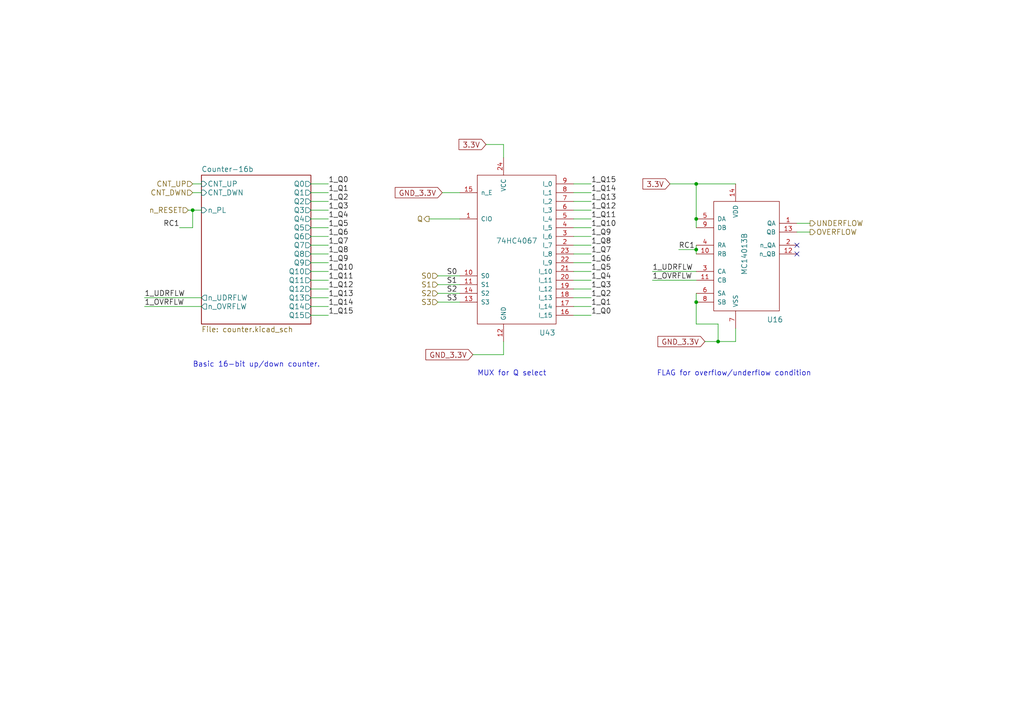
<source format=kicad_sch>
(kicad_sch (version 20230121) (generator eeschema)
  (paper "A4")
  (title_block (date "30 jan 2016"))
  (lib_symbols
    (symbol "arm_board-rescue:74HC4067" (pin_names (offset 1.016))
      (property "Reference" "U" (at 8.89 -25.4 0))
      (property "Value" "74HC4067" (at 0 1.27 0))
      (symbol "74HC4067_0_1"
        (rectangle (start -11.43 20.32) (end 11.43 -22.86))
      )
      (symbol "74HC4067_1_1"
        (pin bidirectional line (at -16.51 7.62 0) (length 5.08) (name "CIO") (number "1"))
        (pin bidirectional line (at -16.51 -8.89 0) (length 5.08) (name "S0") (number "10"))
        (pin bidirectional line (at -16.51 -11.43 0) (length 5.08) (name "S1") (number "11"))
        (pin input line (at -3.81 -27.94 90) (length 5.08) (name "GND") (number "12"))
        (pin input line (at -16.51 -16.51 0) (length 5.08) (name "S3") (number "13"))
        (pin input line (at -16.51 -13.97 0) (length 5.08) (name "S2") (number "14"))
        (pin input line (at -16.51 15.24 0) (length 5.08) (name "n_E") (number "15"))
        (pin input line (at 16.51 -20.32 180) (length 5.08) (name "I_15") (number "16"))
        (pin input line (at 16.51 -17.78 180) (length 5.08) (name "I_14") (number "17"))
        (pin input line (at 16.51 -15.24 180) (length 5.08) (name "I_13") (number "18"))
        (pin input line (at 16.51 -12.7 180) (length 5.08) (name "I_12") (number "19"))
        (pin bidirectional line (at 16.51 0 180) (length 5.08) (name "I_7") (number "2"))
        (pin input line (at 16.51 -10.16 180) (length 5.08) (name "I_11") (number "20"))
        (pin input line (at 16.51 -7.62 180) (length 5.08) (name "I_10") (number "21"))
        (pin input line (at 16.51 -5.08 180) (length 5.08) (name "I_9") (number "22"))
        (pin input line (at 16.51 -2.54 180) (length 5.08) (name "I_8") (number "23"))
        (pin input line (at -3.81 25.4 270) (length 5.08) (name "VCC") (number "24"))
        (pin bidirectional line (at 16.51 2.54 180) (length 5.08) (name "I_6") (number "3"))
        (pin bidirectional line (at 16.51 5.08 180) (length 5.08) (name "I_5") (number "4"))
        (pin bidirectional line (at 16.51 7.62 180) (length 5.08) (name "I_4") (number "5"))
        (pin bidirectional line (at 16.51 10.16 180) (length 5.08) (name "I_3") (number "6"))
        (pin bidirectional line (at 16.51 12.7 180) (length 5.08) (name "I_2") (number "7"))
        (pin bidirectional line (at 16.51 15.24 180) (length 5.08) (name "I_1") (number "8"))
        (pin bidirectional line (at 16.51 17.78 180) (length 5.08) (name "I_0") (number "9"))
      )
    )
    (symbol "arm_board-rescue:MC14013B" (pin_names (offset 1.016))
      (property "Reference" "U" (at 8.89 -19.05 0))
      (property "Value" "MC14013B" (at 0 0 90))
      (symbol "MC14013B_0_1"
        (rectangle (start -8.89 15.24) (end 10.16 -16.51))
      )
      (symbol "MC14013B_1_1"
        (pin input line (at 15.24 8.89 180) (length 5.08) (name "QA") (number "1"))
        (pin input line (at -13.97 0 0) (length 5.08) (name "RB") (number "10"))
        (pin input line (at -13.97 -7.62 0) (length 5.08) (name "CB") (number "11"))
        (pin input line (at 15.24 0 180) (length 5.08) (name "n_QB") (number "12"))
        (pin input line (at 15.24 6.35 180) (length 5.08) (name "QB") (number "13"))
        (pin input line (at -2.54 20.32 270) (length 5.08) (name "VDD") (number "14"))
        (pin input line (at 15.24 2.54 180) (length 5.08) (name "n_QA") (number "2"))
        (pin input line (at -13.97 -5.08 0) (length 5.08) (name "CA") (number "3"))
        (pin input line (at -13.97 2.54 0) (length 5.08) (name "RA") (number "4"))
        (pin input line (at -13.97 10.16 0) (length 5.08) (name "DA") (number "5"))
        (pin input line (at -13.97 -11.43 0) (length 5.08) (name "SA") (number "6"))
        (pin input line (at -2.54 -21.59 90) (length 5.08) (name "VSS") (number "7"))
        (pin input line (at -13.97 -13.97 0) (length 5.08) (name "SB") (number "8"))
        (pin input line (at -13.97 7.62 0) (length 5.08) (name "DB") (number "9"))
      )
    )
  )
  (junction (at 55.88 60.96))
  (junction (at 201.93 53.34))
  (junction (at 201.93 63.5))
  (junction (at 208.28 99.06))
  (junction (at 201.93 72.39))
  (junction (at 201.93 87.63))
  (no_connect (at 231.14 71.12))
  (no_connect (at 231.14 73.66))
  (wire (pts (xy 124.46 63.5) (xy 133.35 63.5)))
  (wire (pts (xy 90.17 53.34) (xy 95.25 53.34)))
  (wire (pts (xy 194.31 53.34) (xy 201.93 53.34)))
  (wire (pts (xy 133.35 85.09) (xy 127 85.09)))
  (wire (pts (xy 201.93 85.09) (xy 201.93 87.63)))
  (wire (pts (xy 90.17 83.82) (xy 95.25 83.82)))
  (wire (pts (xy 90.17 71.12) (xy 95.25 71.12)))
  (wire (pts (xy 208.28 93.98) (xy 208.28 99.06)))
  (wire (pts (xy 90.17 88.9) (xy 95.25 88.9)))
  (wire (pts (xy 55.88 55.88) (xy 58.42 55.88)))
  (wire (pts (xy 166.37 81.28) (xy 171.45 81.28)))
  (wire (pts (xy 54.61 60.96) (xy 55.88 60.96)))
  (wire (pts (xy 213.36 99.06) (xy 213.36 95.25)))
  (wire (pts (xy 166.37 71.12) (xy 171.45 71.12)))
  (wire (pts (xy 90.17 78.74) (xy 95.25 78.74)))
  (wire (pts (xy 189.23 81.28) (xy 201.93 81.28)))
  (wire (pts (xy 90.17 81.28) (xy 95.25 81.28)))
  (wire (pts (xy 137.16 102.87) (xy 146.05 102.87)))
  (wire (pts (xy 41.91 86.36) (xy 58.42 86.36)))
  (wire (pts (xy 52.07 66.04) (xy 55.88 66.04)))
  (wire (pts (xy 166.37 68.58) (xy 171.45 68.58)))
  (wire (pts (xy 146.05 41.91) (xy 146.05 45.72)))
  (wire (pts (xy 90.17 55.88) (xy 95.25 55.88)))
  (wire (pts (xy 201.93 93.98) (xy 208.28 93.98)))
  (wire (pts (xy 166.37 53.34) (xy 171.45 53.34)))
  (wire (pts (xy 208.28 99.06) (xy 213.36 99.06)))
  (wire (pts (xy 128.27 55.88) (xy 133.35 55.88)))
  (wire (pts (xy 166.37 73.66) (xy 171.45 73.66)))
  (wire (pts (xy 201.93 71.12) (xy 201.93 72.39)))
  (wire (pts (xy 166.37 88.9) (xy 171.45 88.9)))
  (wire (pts (xy 231.14 64.77) (xy 234.95 64.77)))
  (wire (pts (xy 146.05 102.87) (xy 146.05 99.06)))
  (wire (pts (xy 231.14 67.31) (xy 234.95 67.31)))
  (wire (pts (xy 90.17 66.04) (xy 95.25 66.04)))
  (wire (pts (xy 90.17 91.44) (xy 95.25 91.44)))
  (wire (pts (xy 90.17 68.58) (xy 95.25 68.58)))
  (wire (pts (xy 90.17 73.66) (xy 95.25 73.66)))
  (wire (pts (xy 201.93 72.39) (xy 201.93 73.66)))
  (wire (pts (xy 166.37 55.88) (xy 171.45 55.88)))
  (wire (pts (xy 166.37 86.36) (xy 171.45 86.36)))
  (wire (pts (xy 55.88 60.96) (xy 58.42 60.96)))
  (wire (pts (xy 90.17 63.5) (xy 95.25 63.5)))
  (wire (pts (xy 140.97 41.91) (xy 146.05 41.91)))
  (wire (pts (xy 196.85 72.39) (xy 201.93 72.39)))
  (wire (pts (xy 166.37 76.2) (xy 171.45 76.2)))
  (wire (pts (xy 166.37 60.96) (xy 171.45 60.96)))
  (wire (pts (xy 166.37 58.42) (xy 171.45 58.42)))
  (wire (pts (xy 166.37 63.5) (xy 171.45 63.5)))
  (wire (pts (xy 41.91 88.9) (xy 58.42 88.9)))
  (wire (pts (xy 166.37 78.74) (xy 171.45 78.74)))
  (wire (pts (xy 90.17 76.2) (xy 95.25 76.2)))
  (wire (pts (xy 90.17 86.36) (xy 95.25 86.36)))
  (wire (pts (xy 166.37 83.82) (xy 171.45 83.82)))
  (wire (pts (xy 201.93 53.34) (xy 201.93 63.5)))
  (wire (pts (xy 127 82.55) (xy 133.35 82.55)))
  (wire (pts (xy 90.17 60.96) (xy 95.25 60.96)))
  (wire (pts (xy 55.88 66.04) (xy 55.88 60.96)))
  (wire (pts (xy 55.88 53.34) (xy 58.42 53.34)))
  (wire (pts (xy 201.93 78.74) (xy 189.23 78.74)))
  (wire (pts (xy 201.93 87.63) (xy 201.93 93.98)))
  (wire (pts (xy 127 87.63) (xy 133.35 87.63)))
  (wire (pts (xy 201.93 63.5) (xy 201.93 66.04)))
  (wire (pts (xy 201.93 53.34) (xy 213.36 53.34)))
  (wire (pts (xy 90.17 58.42) (xy 95.25 58.42)))
  (wire (pts (xy 166.37 91.44) (xy 171.45 91.44)))
  (wire (pts (xy 166.37 66.04) (xy 171.45 66.04)))
  (wire (pts (xy 204.47 99.06) (xy 208.28 99.06)))
  (wire (pts (xy 133.35 80.01) (xy 127 80.01)))
  (text "Basic 16-bit up/down counter.\n" (at 55.88 106.68 0) (effects (font (size 1.524 1.524)) (justify left bottom)))
  (text "FLAG for overflow/underflow condition" (at 190.5 109.22 0) (effects (font (size 1.524 1.524)) (justify left bottom)))
  (text "MUX for Q select" (at 138.43 109.22 0) (effects (font (size 1.524 1.524)) (justify left bottom)))
  (label "1_Q13" (at 95.25 86.36 0) (effects (font (size 1.524 1.524))))
  (label "1_Q2" (at 171.45 86.36 0) (effects (font (size 1.524 1.524))))
  (label "1_Q3" (at 171.45 83.82 0) (effects (font (size 1.524 1.524))))
  (label "S0" (at 129.54 80.01 0) (effects (font (size 1.524 1.524))))
  (label "1_Q7" (at 95.25 71.12 0) (effects (font (size 1.524 1.524))))
  (label "1_Q0" (at 171.45 91.44 0) (effects (font (size 1.524 1.524))))
  (label "1_Q11" (at 95.25 81.28 0) (effects (font (size 1.524 1.524))))
  (label "1_Q12" (at 171.45 60.96 0) (effects (font (size 1.524 1.524))))
  (label "1_Q1" (at 171.45 88.9 0) (effects (font (size 1.524 1.524))))
  (label "1_Q10" (at 171.45 66.04 0) (effects (font (size 1.524 1.524))))
  (label "1_Q11" (at 171.45 63.5 0) (effects (font (size 1.524 1.524))))
  (label "1_Q8" (at 171.45 71.12 0) (effects (font (size 1.524 1.524))))
  (label "1_OVRFLW" (at 41.91 88.9 0) (effects (font (size 1.524 1.524))))
  (label "1_Q9" (at 171.45 68.58 0) (effects (font (size 1.524 1.524))))
  (label "1_Q14" (at 171.45 55.88 0) (effects (font (size 1.524 1.524))))
  (label "1_UDRFLW" (at 189.23 78.74 0) (effects (font (size 1.524 1.524))))
  (label "1_Q1" (at 95.25 55.88 0) (effects (font (size 1.524 1.524))))
  (label "1_Q9" (at 95.25 76.2 0) (effects (font (size 1.524 1.524))))
  (label "1_Q12" (at 95.25 83.82 0) (effects (font (size 1.524 1.524))))
  (label "1_Q0" (at 95.25 53.34 0) (effects (font (size 1.524 1.524))))
  (label "S1" (at 129.54 82.55 0) (effects (font (size 1.524 1.524))))
  (label "1_Q13" (at 171.45 58.42 0) (effects (font (size 1.524 1.524))))
  (label "1_Q4" (at 171.45 81.28 0) (effects (font (size 1.524 1.524))))
  (label "1_OVRFLW" (at 189.23 81.28 0) (effects (font (size 1.524 1.524))))
  (label "1_Q8" (at 95.25 73.66 0) (effects (font (size 1.524 1.524))))
  (label "1_Q10" (at 95.25 78.74 0) (effects (font (size 1.524 1.524))))
  (label "RC1" (at 196.85 72.39 0) (effects (font (size 1.524 1.524))))
  (label "1_Q7" (at 171.45 73.66 0) (effects (font (size 1.524 1.524))))
  (label "1_Q6" (at 95.25 68.58 0) (effects (font (size 1.524 1.524))))
  (label "1_Q14" (at 95.25 88.9 0) (effects (font (size 1.524 1.524))))
  (label "1_Q5" (at 171.45 78.74 0) (effects (font (size 1.524 1.524))))
  (label "S2" (at 129.54 85.09 0) (effects (font (size 1.524 1.524))))
  (label "1_Q5" (at 95.25 66.04 0) (effects (font (size 1.524 1.524))))
  (label "S3" (at 129.54 87.63 0) (effects (font (size 1.524 1.524))))
  (label "1_Q15" (at 171.45 53.34 0) (effects (font (size 1.524 1.524))))
  (label "1_Q2" (at 95.25 58.42 0) (effects (font (size 1.524 1.524))))
  (label "1_Q15" (at 95.25 91.44 0) (effects (font (size 1.524 1.524))))
  (label "1_Q6" (at 171.45 76.2 0) (effects (font (size 1.524 1.524))))
  (label "RC1" (at 52.07 66.04 180) (effects (font (size 1.524 1.524))))
  (label "1_Q4" (at 95.25 63.5 0) (effects (font (size 1.524 1.524))))
  (label "1_UDRFLW" (at 41.91 86.36 0) (effects (font (size 1.524 1.524))))
  (label "1_Q3" (at 95.25 60.96 0) (effects (font (size 1.524 1.524))))
  (global_label "GND_3.3V" (shape input) (at 128.27 55.88 180) (effects (font (size 1.524 1.524))) (property "Intersheetrefs" "${INTERSHEET_REFS}" (effects hide)))
  (global_label "3.3V" (shape input) (at 140.97 41.91 180) (effects (font (size 1.524 1.524))) (property "Intersheetrefs" "${INTERSHEET_REFS}" (effects hide)))
  (global_label "3.3V" (shape input) (at 194.31 53.34 180) (effects (font (size 1.524 1.524))) (property "Intersheetrefs" "${INTERSHEET_REFS}" (effects hide)))
  (global_label "GND_3.3V" (shape input) (at 137.16 102.87 180) (effects (font (size 1.524 1.524))) (property "Intersheetrefs" "${INTERSHEET_REFS}" (effects hide)))
  (global_label "GND_3.3V" (shape input) (at 204.47 99.06 180) (effects (font (size 1.524 1.524))) (property "Intersheetrefs" "${INTERSHEET_REFS}" (effects hide)))
  (hierarchical_label "CNT_UP" (shape input) (at 55.88 53.34 180) (effects (font (size 1.524 1.524))))
  (hierarchical_label "S3" (shape input) (at 127 87.63 180) (effects (font (size 1.524 1.524))))
  (hierarchical_label "S1" (shape input) (at 127 82.55 180) (effects (font (size 1.524 1.524))))
  (hierarchical_label "Q" (shape output) (at 124.46 63.5 180) (effects (font (size 1.524 1.524))))
  (hierarchical_label "CNT_DWN" (shape input) (at 55.88 55.88 180) (effects (font (size 1.524 1.524))))
  (hierarchical_label "S0" (shape input) (at 127 80.01 180) (effects (font (size 1.524 1.524))))
  (hierarchical_label "n_RESET" (shape input) (at 54.61 60.96 180) (effects (font (size 1.524 1.524))))
  (hierarchical_label "S2" (shape input) (at 127 85.09 180) (effects (font (size 1.524 1.524))))
  (hierarchical_label "UNDERFLOW" (shape output) (at 234.95 64.77 0) (effects (font (size 1.524 1.524))))
  (hierarchical_label "OVERFLOW" (shape output) (at 234.95 67.31 0) (effects (font (size 1.524 1.524))))
  (symbol (lib_id "arm_board-rescue:MC14013B") (at 215.9 73.66 0) (unit 1)
    (property "Reference" "U16" (at 224.79 92.71 0) (effects (font (size 1.524 1.524))))
    (property "Value" "MC14013B" (at 215.9 73.66 90) (effects (font (size 1.524 1.524))))
    (property "Footprint" "ArmFootprints:SOIC-14" (effects hide))
    (instances (project "arm_board" (path "" (reference "U16") (unit 1)) (path "" (reference "U30") (unit 1)) (path "" (reference "U51") (unit 1)) (path "" (reference "U23") (unit 1)) (path "" (reference "U49") (unit 1)) (path "" (reference "U37") (unit 1))))
  )
  (symbol (lib_id "arm_board-rescue:74HC4067") (at 149.86 71.12 0) (unit 1)
    (property "Reference" "U43" (at 158.75 96.52 0) (effects (font (size 1.524 1.524))))
    (property "Value" "74HC4067" (at 149.86 69.85 0) (effects (font (size 1.524 1.524))))
    (property "Footprint" "ArmFootprints:SOIC-24" (effects hide))
    (instances (project "arm_board" (path "" (reference "U43") (unit 1)) (path "" (reference "U29") (unit 1)) (path "" (reference "U50") (unit 1)) (path "" (reference "U22") (unit 1)) (path "" (reference "U15") (unit 1)) (path "" (reference "U36") (unit 1))))
  )
  (sheet (at 58.42 50.8) (size 31.75 43.18)
    (property "Sheetname" "Counter-16b" (at 58.42 49.9614 0) (effects (font (size 1.524 1.524)) (justify left bottom)))
    (property "Sheetfile" "counter.kicad_sch" (at 58.42 94.6662 0) (effects (font (size 1.524 1.524)) (justify left top)))
    (pin "CNT_UP" input (at 58.42 53.34 180) (effects (font (size 1.524 1.524))))
    (pin "CNT_DWN" input (at 58.42 55.88 180) (effects (font (size 1.524 1.524))))
    (pin "n_PL" input (at 58.42 60.96 180) (effects (font (size 1.524 1.524))))
    (pin "Q0" output (at 90.17 53.34 0) (effects (font (size 1.524 1.524))))
    (pin "Q1" output (at 90.17 55.88 0) (effects (font (size 1.524 1.524))))
    (pin "Q2" output (at 90.17 58.42 0) (effects (font (size 1.524 1.524))))
    (pin "Q3" output (at 90.17 60.96 0) (effects (font (size 1.524 1.524))))
    (pin "Q4" output (at 90.17 63.5 0) (effects (font (size 1.524 1.524))))
    (pin "Q5" output (at 90.17 66.04 0) (effects (font (size 1.524 1.524))))
    (pin "Q6" output (at 90.17 68.58 0) (effects (font (size 1.524 1.524))))
    (pin "Q7" output (at 90.17 71.12 0) (effects (font (size 1.524 1.524))))
    (pin "Q8" output (at 90.17 73.66 0) (effects (font (size 1.524 1.524))))
    (pin "Q9" output (at 90.17 76.2 0) (effects (font (size 1.524 1.524))))
    (pin "Q10" output (at 90.17 78.74 0) (effects (font (size 1.524 1.524))))
    (pin "Q11" output (at 90.17 81.28 0) (effects (font (size 1.524 1.524))))
    (pin "Q12" output (at 90.17 83.82 0) (effects (font (size 1.524 1.524))))
    (pin "Q13" output (at 90.17 86.36 0) (effects (font (size 1.524 1.524))))
    (pin "Q14" output (at 90.17 88.9 0) (effects (font (size 1.524 1.524))))
    (pin "Q15" output (at 90.17 91.44 0) (effects (font (size 1.524 1.524))))
    (pin "n_UDRFLW" output (at 58.42 86.36 180) (effects (font (size 1.524 1.524))))
    (pin "n_OVRFLW" output (at 58.42 88.9 180) (effects (font (size 1.524 1.524))))
  )
)
</source>
